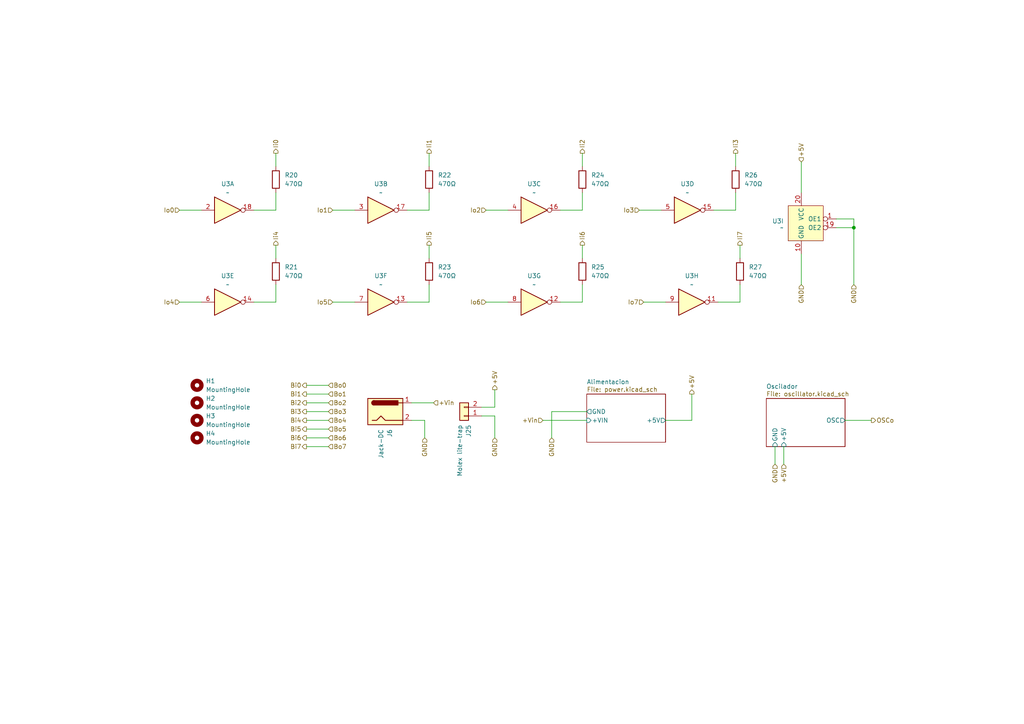
<source format=kicad_sch>
(kicad_sch (version 20250114) (generator "eeschema") (generator_version "9.0")
  (paper "A4")
  (title_block (title "Placa Principal") (date "2025-04-20") (rev "1.0") (company "UTN FRC") (comment 1 "Minilab") (comment 2 "Tecnicas Digitales 1") (comment 3 "Grasso y Palombo"))
  (lib_symbols
    (symbol "Connector:Jack-DC" (pin_names (offset 1.016))
      (property "Reference" "J" (at 0 5.334 0))
      (property "Value" "Jack-DC" (at 0 -5.08 0))
      (symbol "Jack-DC_0_1"
        (rectangle (start -5.08 3.81) (end 5.08 -3.81) (stroke (width 0.254)) (fill (type background)))
        (polyline (pts (xy -3.81 -2.54) (xy -2.54 -2.54) (xy -1.27 -1.27) (xy 0 -2.54) (xy 2.54 -2.54) (xy 5.08 -2.54)) (stroke (width 0.254)))
        (arc (start -3.302 1.905) (mid -3.9343 2.54) (end -3.302 3.175) (stroke (width 0.254)))
        (arc (start -3.302 1.905) (mid -3.9343 2.54) (end -3.302 3.175) (stroke (width 0.254)) (fill (type outline)))
        (rectangle (start 3.683 3.175) (end -3.302 1.905) (stroke (width 0.254)) (fill (type outline)))
        (polyline (pts (xy 5.08 2.54) (xy 3.81 2.54)) (stroke (width 0.254)))
      )
      (symbol "Jack-DC_1_1"
        (pin passive line (at 7.62 2.54 180) (length 2.54) (name "~") (number "1"))
        (pin passive line (at 7.62 -2.54 180) (length 2.54) (name "~") (number "2"))
      )
    )
    (symbol "Connector_Generic:Conn_01x02" (pin_names (offset 1.016) (hide yes))
      (property "Reference" "J" (at 0 2.54 0))
      (property "Value" "Conn_01x02" (at 0 -5.08 0))
      (symbol "Conn_01x02_1_1"
        (rectangle (start -1.27 1.27) (end 1.27 -3.81) (stroke (width 0.254)) (fill (type background)))
        (rectangle (start -1.27 0.127) (end 0 -0.127) (stroke (width 0.1524)))
        (rectangle (start -1.27 -2.413) (end 0 -2.667) (stroke (width 0.1524)))
        (pin passive line (at -5.08 0 0) (length 3.81) (name "Pin_1") (number "1"))
        (pin passive line (at -5.08 -2.54 0) (length 3.81) (name "Pin_2") (number "2"))
      )
    )
    (symbol "Device:R" (pin_numbers (hide yes)) (pin_names (offset 0))
      (property "Reference" "R" (at 2.032 0 90))
      (property "Value" "R" (at 0 0 90))
      (symbol "R_0_1"
        (rectangle (start -1.016 -2.54) (end 1.016 2.54) (stroke (width 0.254)))
      )
      (symbol "R_1_1"
        (pin passive line (at 0 3.81 270) (length 1.27) (name "~") (number "1"))
        (pin passive line (at 0 -3.81 90) (length 1.27) (name "~") (number "2"))
      )
    )
    (symbol "Extras:74HC540N"
      (property "Reference" "U" (at -6.096 0 0))
      (symbol "74HC540N_1_0"
        (polyline (pts (xy -3.81 3.81) (xy -3.81 -3.81) (xy 3.81 0) (xy -3.81 3.81)) (stroke (width 0.254)) (fill (type background)))
        (pin input line (at -7.62 0 0) (length 3.81) (name "~") (number "2"))
        (pin tri_state inverted (at 7.62 0 180) (length 3.81) (name "~") (number "18"))
      )
      (symbol "74HC540N_2_0"
        (polyline (pts (xy -3.81 3.81) (xy -3.81 -3.81) (xy 3.81 0) (xy -3.81 3.81)) (stroke (width 0.254)) (fill (type background)))
        (pin input line (at -7.62 0 0) (length 3.81) (name "~") (number "3"))
        (pin tri_state inverted (at 7.62 0 180) (length 3.81) (name "~") (number "17"))
      )
      (symbol "74HC540N_3_0"
        (polyline (pts (xy -3.81 3.81) (xy -3.81 -3.81) (xy 3.81 0) (xy -3.81 3.81)) (stroke (width 0.254)) (fill (type background)))
        (pin input line (at -7.62 0 0) (length 3.81) (name "~") (number "4"))
        (pin tri_state inverted (at 7.62 0 180) (length 3.81) (name "") (number "16"))
      )
      (symbol "74HC540N_4_0"
        (polyline (pts (xy -3.81 3.81) (xy -3.81 -3.81) (xy 3.81 0) (xy -3.81 3.81)) (stroke (width 0.254)) (fill (type background)))
        (pin input line (at -7.62 0 0) (length 3.81) (name "~") (number "5"))
        (pin tri_state inverted (at 7.62 0 180) (length 3.81) (name "~") (number "15"))
      )
      (symbol "74HC540N_5_0"
        (polyline (pts (xy -3.81 3.81) (xy -3.81 -3.81) (xy 3.81 0) (xy -3.81 3.81)) (stroke (width 0.254)) (fill (type background)))
        (pin input line (at -7.62 0 0) (length 3.81) (name "~") (number "6"))
        (pin tri_state inverted (at 7.62 0 180) (length 3.81) (name "") (number "14"))
      )
      (symbol "74HC540N_6_0"
        (polyline (pts (xy -3.81 3.81) (xy -3.81 -3.81) (xy 3.81 0) (xy -3.81 3.81)) (stroke (width 0.254)) (fill (type background)))
        (pin input line (at -7.62 0 0) (length 3.81) (name "~") (number "7"))
        (pin tri_state inverted (at 7.62 0 180) (length 3.81) (name "~") (number "13"))
      )
      (symbol "74HC540N_7_0"
        (polyline (pts (xy -3.81 3.81) (xy -3.81 -3.81) (xy 3.81 0) (xy -3.81 3.81)) (stroke (width 0.254)) (fill (type background)))
        (pin input line (at -7.62 0 0) (length 3.81) (name "~") (number "8"))
        (pin tri_state inverted (at 7.62 0 180) (length 3.81) (name "~") (number "12"))
      )
      (symbol "74HC540N_8_0"
        (polyline (pts (xy -3.81 3.81) (xy -3.81 -3.81) (xy 3.81 0) (xy -3.81 3.81)) (stroke (width 0.254)) (fill (type background)))
        (pin input line (at -7.62 0 0) (length 3.81) (name "~") (number "9"))
        (pin tri_state inverted (at 7.62 0 180) (length 3.81) (name "~") (number "11"))
      )
      (symbol "74HC540N_9_0"
        (pin power_in line (at 0 8.89 270) (length 3.81) (name "VCC") (number "20"))
        (pin power_in line (at 0 -8.89 90) (length 3.81) (name "GND") (number "10"))
        (pin input inverted (at 10.16 1.27 180) (length 3.81) (name "OE1") (number "1"))
        (pin input inverted (at 10.16 -1.27 180) (length 3.81) (name "OE2") (number "19"))
      )
      (symbol "74HC540N_9_1"
        (rectangle (start -3.81 5.08) (end 6.35 -5.08) (fill (type background)))
      )
    )
    (symbol "Mechanical:MountingHole" (pin_names (offset 1.016)) (in_bom no)
      (property "Reference" "H" (at 0 5.08 0))
      (property "Value" "MountingHole" (at 0 3.175 0))
      (symbol "MountingHole_0_1"
        (circle (center 0 0) (radius 1.27) (stroke (width 1.27)))
      )
    )
  )
  (junction (at 247.65 66.04))
  (wire (pts (xy 88.9 114.3) (xy 95.25 114.3)))
  (wire (pts (xy 80.01 82.55) (xy 80.01 87.63)))
  (wire (pts (xy 143.51 113.03) (xy 143.51 118.11)))
  (wire (pts (xy 157.48 121.92) (xy 170.18 121.92)))
  (wire (pts (xy 124.46 71.12) (xy 124.46 74.93)))
  (wire (pts (xy 88.9 124.46) (xy 95.25 124.46)))
  (wire (pts (xy 213.36 44.45) (xy 213.36 48.26)))
  (wire (pts (xy 168.91 55.88) (xy 168.91 60.96)))
  (wire (pts (xy 88.9 116.84) (xy 95.25 116.84)))
  (wire (pts (xy 160.02 119.38) (xy 160.02 127)))
  (wire (pts (xy 96.52 60.96) (xy 102.87 60.96)))
  (wire (pts (xy 245.11 121.92) (xy 252.73 121.92)))
  (wire (pts (xy 118.11 60.96) (xy 124.46 60.96)))
  (wire (pts (xy 247.65 66.04) (xy 247.65 82.55)))
  (wire (pts (xy 200.66 121.92) (xy 193.04 121.92)))
  (wire (pts (xy 242.57 63.5) (xy 247.65 63.5)))
  (wire (pts (xy 118.11 87.63) (xy 124.46 87.63)))
  (wire (pts (xy 80.01 55.88) (xy 80.01 60.96)))
  (wire (pts (xy 208.28 87.63) (xy 214.63 87.63)))
  (wire (pts (xy 139.7 120.65) (xy 143.51 120.65)))
  (wire (pts (xy 162.56 60.96) (xy 168.91 60.96)))
  (wire (pts (xy 80.01 71.12) (xy 80.01 74.93)))
  (wire (pts (xy 80.01 44.45) (xy 80.01 48.26)))
  (wire (pts (xy 96.52 87.63) (xy 102.87 87.63)))
  (wire (pts (xy 88.9 127) (xy 95.25 127)))
  (wire (pts (xy 162.56 87.63) (xy 168.91 87.63)))
  (wire (pts (xy 232.41 46.99) (xy 232.41 55.88)))
  (wire (pts (xy 123.19 121.92) (xy 123.19 127)))
  (wire (pts (xy 224.79 129.54) (xy 224.79 134.62)))
  (wire (pts (xy 247.65 63.5) (xy 247.65 66.04)))
  (wire (pts (xy 242.57 66.04) (xy 247.65 66.04)))
  (wire (pts (xy 73.66 87.63) (xy 80.01 87.63)))
  (wire (pts (xy 88.9 119.38) (xy 95.25 119.38)))
  (wire (pts (xy 227.33 129.54) (xy 227.33 134.62)))
  (wire (pts (xy 214.63 71.12) (xy 214.63 74.93)))
  (wire (pts (xy 200.66 114.3) (xy 200.66 121.92)))
  (wire (pts (xy 232.41 73.66) (xy 232.41 82.55)))
  (wire (pts (xy 168.91 44.45) (xy 168.91 48.26)))
  (wire (pts (xy 119.38 116.84) (xy 125.73 116.84)))
  (wire (pts (xy 207.01 60.96) (xy 213.36 60.96)))
  (wire (pts (xy 140.97 87.63) (xy 147.32 87.63)))
  (wire (pts (xy 119.38 121.92) (xy 123.19 121.92)))
  (wire (pts (xy 168.91 82.55) (xy 168.91 87.63)))
  (wire (pts (xy 124.46 44.45) (xy 124.46 48.26)))
  (wire (pts (xy 140.97 60.96) (xy 147.32 60.96)))
  (wire (pts (xy 52.07 87.63) (xy 58.42 87.63)))
  (wire (pts (xy 170.18 119.38) (xy 160.02 119.38)))
  (wire (pts (xy 168.91 71.12) (xy 168.91 74.93)))
  (wire (pts (xy 124.46 82.55) (xy 124.46 87.63)))
  (wire (pts (xy 88.9 129.54) (xy 95.25 129.54)))
  (wire (pts (xy 214.63 82.55) (xy 214.63 87.63)))
  (wire (pts (xy 52.07 60.96) (xy 58.42 60.96)))
  (wire (pts (xy 213.36 55.88) (xy 213.36 60.96)))
  (wire (pts (xy 124.46 55.88) (xy 124.46 60.96)))
  (wire (pts (xy 143.51 120.65) (xy 143.51 127)))
  (wire (pts (xy 88.9 111.76) (xy 95.25 111.76)))
  (wire (pts (xy 186.69 87.63) (xy 193.04 87.63)))
  (wire (pts (xy 185.42 60.96) (xy 191.77 60.96)))
  (wire (pts (xy 73.66 60.96) (xy 80.01 60.96)))
  (wire (pts (xy 143.51 118.11) (xy 139.7 118.11)))
  (wire (pts (xy 88.9 121.92) (xy 95.25 121.92)))
  (hierarchical_label "Ii5" (shape output) (at 124.46 71.12 90))
  (hierarchical_label "+5V" (shape input) (at 232.41 46.99 90))
  (hierarchical_label "GND" (shape input) (at 123.19 127 270))
  (hierarchical_label "+Vin" (shape input) (at 125.73 116.84 0))
  (hierarchical_label "Bo4" (shape input) (at 95.25 121.92 0))
  (hierarchical_label "Io6" (shape input) (at 140.97 87.63 180))
  (hierarchical_label "Bo0" (shape input) (at 95.25 111.76 0))
  (hierarchical_label "Ii1" (shape output) (at 124.46 44.45 90))
  (hierarchical_label "Bi3" (shape output) (at 88.9 119.38 180))
  (hierarchical_label "GND" (shape input) (at 232.41 82.55 270))
  (hierarchical_label "GND" (shape input) (at 160.02 127 270))
  (hierarchical_label "Io0" (shape input) (at 52.07 60.96 180))
  (hierarchical_label "GND" (shape input) (at 143.51 127 270))
  (hierarchical_label "Bo2" (shape input) (at 95.25 116.84 0))
  (hierarchical_label "Bo5" (shape input) (at 95.25 124.46 0))
  (hierarchical_label "Bo7" (shape input) (at 95.25 129.54 0))
  (hierarchical_label "OSCo" (shape output) (at 252.73 121.92 0))
  (hierarchical_label "Bo3" (shape input) (at 95.25 119.38 0))
  (hierarchical_label "Ii4" (shape output) (at 80.01 71.12 90))
  (hierarchical_label "Io7" (shape input) (at 186.69 87.63 180))
  (hierarchical_label "+5V" (shape output) (at 143.51 113.03 90))
  (hierarchical_label "Bo6" (shape input) (at 95.25 127 0))
  (hierarchical_label "Bi4" (shape output) (at 88.9 121.92 180))
  (hierarchical_label "Bi2" (shape output) (at 88.9 116.84 180))
  (hierarchical_label "Bo1" (shape input) (at 95.25 114.3 0))
  (hierarchical_label "Io3" (shape input) (at 185.42 60.96 180))
  (hierarchical_label "Bi1" (shape output) (at 88.9 114.3 180))
  (hierarchical_label "GND" (shape input) (at 247.65 82.55 270))
  (hierarchical_label "Io4" (shape input) (at 52.07 87.63 180))
  (hierarchical_label "Io2" (shape input) (at 140.97 60.96 180))
  (hierarchical_label "Bi7" (shape output) (at 88.9 129.54 180))
  (hierarchical_label "+Vin" (shape input) (at 157.48 121.92 180))
  (hierarchical_label "Ii0" (shape output) (at 80.01 44.45 90))
  (hierarchical_label "Ii2" (shape output) (at 168.91 44.45 90))
  (hierarchical_label "Bi6" (shape output) (at 88.9 127 180))
  (hierarchical_label "GND" (shape input) (at 224.79 134.62 270))
  (hierarchical_label "Bi0" (shape output) (at 88.9 111.76 180))
  (hierarchical_label "Ii7" (shape output) (at 214.63 71.12 90))
  (hierarchical_label "+5V" (shape input) (at 227.33 134.62 270))
  (hierarchical_label "Ii6" (shape output) (at 168.91 71.12 90))
  (hierarchical_label "+5V" (shape output) (at 200.66 114.3 90))
  (hierarchical_label "Bi5" (shape output) (at 88.9 124.46 180))
  (hierarchical_label "Io5" (shape input) (at 96.52 87.63 180))
  (hierarchical_label "Ii3" (shape output) (at 213.36 44.45 90))
  (hierarchical_label "Io1" (shape input) (at 96.52 60.96 180))
  (symbol (lib_id "Extras:74HC540N") (at 66.04 60.96 0) (unit 1)
    (property "Reference" "U3" (at 66.04 53.34 0))
    (property "Value" "~" (at 66.04 55.88 0))
    (property "Footprint" "Package_DIP:DIP-20_W7.62mm_LongPads" (effects (hide yes)))
  )
  (symbol (lib_id "Device:R") (at 80.01 52.07 0) (unit 1)
    (property "Reference" "R20" (at 82.55 50.7999 0) (effects (justify left)))
    (property "Value" "470Ω" (at 82.55 53.3399 0) (effects (justify left)))
    (property "Footprint" "Resistor_THT:R_Axial_DIN0204_L3.6mm_D1.6mm_P7.62mm_Horizontal" (effects (hide yes)))
    (property "Description" "Resistor" (effects (hide yes)))
  )
  (symbol (lib_id "Mechanical:MountingHole") (at 57.15 127 0) (unit 1) (in_bom no)
    (property "Reference" "H4" (at 59.69 125.7299 0) (effects (justify left)))
    (property "Value" "MountingHole" (at 59.69 128.2699 0) (effects (justify left)))
    (property "Footprint" "MountingHole:MountingHole_3.2mm_M3" (effects (hide yes)))
    (property "Description" "Mounting Hole without connection" (effects (hide yes)))
  )
  (symbol (lib_id "Device:R") (at 168.91 52.07 0) (unit 1)
    (property "Reference" "R24" (at 171.45 50.7999 0) (effects (justify left)))
    (property "Value" "470Ω" (at 171.45 53.3399 0) (effects (justify left)))
    (property "Footprint" "Resistor_THT:R_Axial_DIN0204_L3.6mm_D1.6mm_P5.08mm_Horizontal" (effects (hide yes)))
    (property "Description" "Resistor" (effects (hide yes)))
  )
  (symbol (lib_id "Extras:74HC540N") (at 154.94 87.63 0) (unit 7)
    (property "Reference" "U3" (at 154.94 80.01 0))
    (property "Value" "~" (at 154.94 82.55 0))
    (property "Footprint" "Package_DIP:DIP-20_W7.62mm_LongPads" (effects (hide yes)))
  )
  (symbol (lib_id "Extras:74HC540N") (at 110.49 87.63 0) (unit 6)
    (property "Reference" "U3" (at 110.49 80.01 0))
    (property "Value" "~" (at 110.49 82.55 0))
    (property "Footprint" "Package_DIP:DIP-20_W7.62mm_LongPads" (effects (hide yes)))
  )
  (symbol (lib_id "Connector:Jack-DC") (at 111.76 119.38 0) (unit 1)
    (property "Reference" "J6" (at 113.0301 124.46 90) (effects (justify right)))
    (property "Value" "Jack-DC" (at 110.4901 124.46 90) (effects (justify right)))
    (property "Footprint" "Connector_BarrelJack:BarrelJack_Horizontal" (effects (hide yes)))
    (property "Description" "DC Barrel Jack" (effects (hide yes)))
  )
  (symbol (lib_id "Mechanical:MountingHole") (at 57.15 111.76 0) (unit 1) (in_bom no)
    (property "Reference" "H1" (at 59.69 110.4899 0) (effects (justify left)))
    (property "Value" "MountingHole" (at 59.69 113.0299 0) (effects (justify left)))
    (property "Footprint" "MountingHole:MountingHole_3.2mm_M3" (effects (hide yes)))
    (property "Description" "Mounting Hole without connection" (effects (hide yes)))
  )
  (symbol (lib_id "Mechanical:MountingHole") (at 57.15 116.84 0) (unit 1) (in_bom no)
    (property "Reference" "H2" (at 59.69 115.5699 0) (effects (justify left)))
    (property "Value" "MountingHole" (at 59.69 118.1099 0) (effects (justify left)))
    (property "Footprint" "MountingHole:MountingHole_3.2mm_M3" (effects (hide yes)))
    (property "Description" "Mounting Hole without connection" (effects (hide yes)))
  )
  (symbol (lib_id "Device:R") (at 124.46 78.74 0) (unit 1)
    (property "Reference" "R23" (at 127 77.4699 0) (effects (justify left)))
    (property "Value" "470Ω" (at 127 80.0099 0) (effects (justify left)))
    (property "Footprint" "Resistor_THT:R_Axial_DIN0204_L3.6mm_D1.6mm_P5.08mm_Horizontal" (effects (hide yes)))
    (property "Description" "Resistor" (effects (hide yes)))
  )
  (symbol (lib_id "Mechanical:MountingHole") (at 57.15 121.92 0) (unit 1) (in_bom no)
    (property "Reference" "H3" (at 59.69 120.6499 0) (effects (justify left)))
    (property "Value" "MountingHole" (at 59.69 123.1899 0) (effects (justify left)))
    (property "Footprint" "MountingHole:MountingHole_3.2mm_M3" (effects (hide yes)))
    (property "Description" "Mounting Hole without connection" (effects (hide yes)))
  )
  (symbol (lib_id "Extras:74HC540N") (at 110.49 60.96 0) (unit 2)
    (property "Reference" "U3" (at 110.49 53.34 0))
    (property "Value" "~" (at 110.49 55.88 0))
    (property "Footprint" "Package_DIP:DIP-20_W7.62mm_LongPads" (effects (hide yes)))
  )
  (symbol (lib_id "Extras:74HC540N") (at 154.94 60.96 0) (unit 3)
    (property "Reference" "U3" (at 154.94 53.34 0))
    (property "Value" "~" (at 154.94 55.88 0))
    (property "Footprint" "Package_DIP:DIP-20_W7.62mm_LongPads" (effects (hide yes)))
  )
  (symbol (lib_id "Connector_Generic:Conn_01x02") (at 134.62 120.65 180) (unit 1)
    (property "Reference" "J25" (at 135.8901 123.19 90) (effects (justify left)))
    (property "Value" "Molex lite-trap" (at 133.3501 123.19 90) (effects (justify left)))
    (property "Footprint" "Extras:104238-0210" (effects (hide yes)))
    (property "Description" "Generic connector, single row, 01x02, script generated (kicad-library-utils/schlib/autogen/connector/)" (effects (hide yes)))
  )
  (symbol (lib_id "Device:R") (at 168.91 78.74 0) (unit 1)
    (property "Reference" "R25" (at 171.45 77.4699 0) (effects (justify left)))
    (property "Value" "470Ω" (at 171.45 80.0099 0) (effects (justify left)))
    (property "Footprint" "Resistor_THT:R_Axial_DIN0204_L3.6mm_D1.6mm_P5.08mm_Horizontal" (effects (hide yes)))
    (property "Description" "Resistor" (effects (hide yes)))
  )
  (symbol (lib_id "Extras:74HC540N") (at 200.66 87.63 0) (unit 8)
    (property "Reference" "U3" (at 200.66 80.01 0))
    (property "Value" "~" (at 200.66 82.55 0))
    (property "Footprint" "Package_DIP:DIP-20_W7.62mm_LongPads" (effects (hide yes)))
  )
  (symbol (lib_id "Device:R") (at 213.36 52.07 0) (unit 1)
    (property "Reference" "R26" (at 215.9 50.7999 0) (effects (justify left)))
    (property "Value" "470Ω" (at 215.9 53.3399 0) (effects (justify left)))
    (property "Footprint" "Resistor_THT:R_Axial_DIN0204_L3.6mm_D1.6mm_P5.08mm_Horizontal" (effects (hide yes)))
    (property "Description" "Resistor" (effects (hide yes)))
  )
  (symbol (lib_id "Extras:74HC540N") (at 66.04 87.63 0) (unit 5)
    (property "Reference" "U3" (at 66.04 80.01 0))
    (property "Value" "~" (at 66.04 82.55 0))
    (property "Footprint" "Package_DIP:DIP-20_W7.62mm_LongPads" (effects (hide yes)))
  )
  (symbol (lib_id "Device:R") (at 214.63 78.74 0) (unit 1)
    (property "Reference" "R27" (at 217.17 77.4699 0) (effects (justify left)))
    (property "Value" "470Ω" (at 217.17 80.0099 0) (effects (justify left)))
    (property "Footprint" "Resistor_THT:R_Axial_DIN0204_L3.6mm_D1.6mm_P7.62mm_Horizontal" (effects (hide yes)))
    (property "Description" "Resistor" (effects (hide yes)))
  )
  (symbol (lib_id "Extras:74HC540N") (at 232.41 64.77 0) (unit 9)
    (property "Reference" "U3" (at 227.33 64.1349 0) (effects (justify right)))
    (property "Value" "~" (at 227.33 66.04 0) (effects (justify right)))
    (property "Footprint" "Package_DIP:DIP-20_W7.62mm_LongPads" (effects (hide yes)))
  )
  (symbol (lib_id "Device:R") (at 80.01 78.74 0) (unit 1)
    (property "Reference" "R21" (at 82.55 77.4699 0) (effects (justify left)))
    (property "Value" "470Ω" (at 82.55 80.0099 0) (effects (justify left)))
    (property "Footprint" "Resistor_THT:R_Axial_DIN0204_L3.6mm_D1.6mm_P5.08mm_Horizontal" (effects (hide yes)))
    (property "Description" "Resistor" (effects (hide yes)))
  )
  (symbol (lib_id "Device:R") (at 124.46 52.07 0) (unit 1)
    (property "Reference" "R22" (at 127 50.7999 0) (effects (justify left)))
    (property "Value" "470Ω" (at 127 53.3399 0) (effects (justify left)))
    (property "Footprint" "Resistor_THT:R_Axial_DIN0204_L3.6mm_D1.6mm_P5.08mm_Horizontal" (effects (hide yes)))
    (property "Description" "Resistor" (effects (hide yes)))
  )
  (symbol (lib_id "Extras:74HC540N") (at 199.39 60.96 0) (unit 4)
    (property "Reference" "U3" (at 199.39 53.34 0))
    (property "Value" "~" (at 199.39 55.88 0))
    (property "Footprint" "Package_DIP:DIP-20_W7.62mm_LongPads" (effects (hide yes)))
  )
  (sheet (at 170.18 114.3) (size 22.86 13.97) (stroke (width 0.1524))
    (property "Sheetname" "Alimentacion" (at 170.18 111.506 0) (effects (justify left bottom)))
    (property "Sheetfile" "power.kicad_sch" (at 170.18 112.2176 0) (effects (justify left top)))
    (pin "GND" output (at 170.18 119.38 180))
    (pin "+5V" output (at 193.04 121.92 0))
    (pin "+VIN" input (at 170.18 121.92 180))
  )
  (sheet (at 222.25 115.57) (size 22.86 13.97) (stroke (width 0.1524))
    (property "Sheetname" "Oscilador" (at 222.25 112.8264 0) (effects (justify left bottom)))
    (property "Sheetfile" "oscillator.kicad_sch" (at 222.25 113.538 0) (effects (justify left top)))
    (pin "GND" input (at 224.79 129.54 270))
    (pin "OSC" output (at 245.11 121.92 0))
    (pin "+5V" input (at 227.33 129.54 270))
  )
)
</source>
